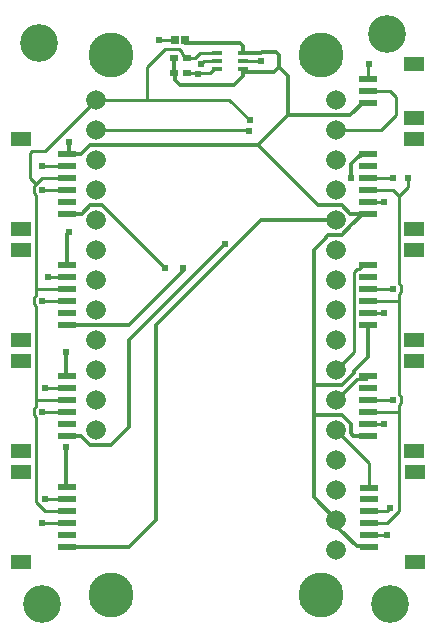
<source format=gtl>
G04*
G04 #@! TF.GenerationSoftware,Altium Limited,Altium Designer,21.8.1 (53)*
G04*
G04 Layer_Physical_Order=1*
G04 Layer_Color=255*
%FSLAX25Y25*%
%MOIN*%
G70*
G04*
G04 #@! TF.SameCoordinates,E365CCBF-B7D7-418C-B8C5-68AE61ABE827*
G04*
G04*
G04 #@! TF.FilePolarity,Positive*
G04*
G01*
G75*
%ADD11C,0.01000*%
%ADD13R,0.07087X0.04724*%
%ADD14R,0.06102X0.02362*%
%ADD15R,0.03740X0.01772*%
%ADD16R,0.02559X0.02520*%
%ADD17R,0.02756X0.02362*%
%ADD27C,0.01200*%
%ADD28C,0.15000*%
%ADD29C,0.06555*%
%ADD30C,0.02400*%
%ADD31C,0.12598*%
D11*
X160165Y289000D02*
X167913D01*
X174418Y280000D02*
X181209Y273209D01*
X147000Y280000D02*
X174418D01*
X147000Y291000D02*
X153000Y297000D01*
X220772Y172028D02*
X225972D01*
X226000Y172000D01*
X220744Y172055D02*
X220772Y172028D01*
X220744Y209055D02*
X220772Y209028D01*
X225972D01*
X226000Y209000D01*
X225972Y246028D02*
X226000Y246000D01*
X220744Y246055D02*
X220772Y246028D01*
X225972D01*
X108000Y262414D02*
X108586Y263000D01*
X108000Y254087D02*
X110043Y252043D01*
X108000Y254087D02*
Y262414D01*
X108586Y263000D02*
X113000D01*
X120189Y257933D02*
X120256Y257866D01*
X112067Y257933D02*
X120189D01*
X112000Y258000D02*
X112067Y257933D01*
X120189Y220933D02*
X120256Y220866D01*
X114067Y220933D02*
X120189D01*
X114000Y221000D02*
X114067Y220933D01*
X110043Y217000D02*
Y248138D01*
X109300Y248882D02*
X110043Y248138D01*
X113067Y183933D02*
X120189D01*
X120256Y183866D01*
X113000Y184000D02*
X113067Y183933D01*
X110043Y180000D02*
Y211138D01*
X109300Y211882D02*
X110043Y211138D01*
X130000Y270000D02*
X181000D01*
X158713Y295256D02*
X159968Y294000D01*
X158713Y295256D02*
Y295802D01*
X157515Y297000D02*
X158713Y295802D01*
X159968Y294000D02*
X160165D01*
X153000Y297000D02*
X157515D01*
X130000Y280000D02*
X147000D01*
X151000Y300000D02*
X156228D01*
X147000Y280000D02*
Y291000D01*
X179000Y293000D02*
X185000D01*
X166000D02*
X170339D01*
X165000Y292000D02*
X166000Y293000D01*
X160165Y294000D02*
X163043D01*
X164602Y295559D01*
X170339D01*
X167913Y289000D02*
X169354Y290441D01*
X170339D01*
X220795Y283000D02*
X228000D01*
X220740Y283055D02*
X220795Y283000D01*
X230000Y275000D02*
Y281000D01*
X228000Y283000D02*
X230000Y281000D01*
X225000Y270000D02*
X230000Y275000D01*
X210000Y270000D02*
X225000D01*
X220740Y291740D02*
X221000Y292000D01*
X220740Y286992D02*
Y291740D01*
X234000Y251000D02*
Y254000D01*
X230957Y247957D02*
X234000Y251000D01*
X181000Y269600D02*
Y270000D01*
X220744Y253929D02*
X229000D01*
X113000Y263000D02*
X130000Y280000D01*
X216000Y222476D02*
X217072Y223547D01*
X216000Y196000D02*
Y222476D01*
X210000Y190000D02*
X216000Y196000D01*
X110043Y214862D02*
Y217000D01*
X109300Y211882D02*
Y214118D01*
X110043Y214862D01*
X112000Y213000D02*
X120248D01*
X120256Y212992D01*
X110043Y177862D02*
Y180000D01*
X109300Y174882D02*
X110043Y174138D01*
Y152022D02*
Y174138D01*
X109300Y174882D02*
Y177118D01*
X110043Y177862D01*
X112000Y176000D02*
X112043D01*
X112051Y175992D01*
X120256D01*
X112004Y138996D02*
X120252D01*
X120256Y138992D01*
X112000Y139000D02*
X112004Y138996D01*
X110043Y251862D02*
Y252043D01*
X109300Y251118D02*
X110043Y251862D01*
X109300Y248882D02*
Y251118D01*
X112000Y250000D02*
X112043D01*
X112051Y249992D02*
X120256D01*
X112043Y250000D02*
X112051Y249992D01*
X111929Y253929D02*
X120256D01*
X110043Y252043D02*
X111929Y253929D01*
X230957Y181862D02*
Y213000D01*
Y176000D02*
Y178138D01*
X231700Y178882D02*
Y181118D01*
X230957Y178138D02*
X231700Y178882D01*
X230957Y181862D02*
X231700Y181118D01*
X228957Y180000D02*
X229000D01*
X228886Y179929D02*
X228957Y180000D01*
X220744Y179929D02*
X228886D01*
X230957Y160017D02*
Y176000D01*
X220744Y175992D02*
X230949D01*
X230957Y176000D01*
Y218862D02*
Y247957D01*
Y215138D02*
X231700Y215882D01*
X230957Y218862D02*
X231700Y218118D01*
X230957Y213000D02*
Y215138D01*
X231700Y215882D02*
Y218118D01*
X228929Y216929D02*
X229000Y217000D01*
X220744Y216929D02*
X228929D01*
X230949Y212992D02*
X230957Y213000D01*
X220744Y212992D02*
X230949D01*
X231000Y143000D02*
Y159973D01*
X226937Y138937D02*
X231000Y143000D01*
X226874Y142874D02*
X228000Y144000D01*
X221000Y142874D02*
X226874D01*
X110043Y180000D02*
X110114Y179929D01*
X120256D01*
X110043Y217000D02*
X110114Y216929D01*
X120256D01*
X110000Y146000D02*
Y151978D01*
X110043Y152022D01*
X110000Y146000D02*
X113071Y142929D01*
X120256D01*
X220744Y249992D02*
X228921D01*
X230957Y247957D01*
Y160017D02*
X231000Y159973D01*
X221000Y138937D02*
X226937D01*
X217618Y223547D02*
X218874Y224803D01*
X220744D01*
X217072Y223547D02*
X217618D01*
X217122Y187122D02*
X220063D01*
X220744Y187803D01*
X210000Y180000D02*
X217122Y187122D01*
X210000Y170000D02*
X221000Y159000D01*
Y150748D02*
Y159000D01*
X120122Y147000D02*
X120256Y146866D01*
X113000Y147000D02*
X120122D01*
X221000Y135000D02*
X227000D01*
D13*
X105000Y266921D02*
D03*
Y237000D02*
D03*
X236000D02*
D03*
Y266921D02*
D03*
X236256Y155866D02*
D03*
Y125945D02*
D03*
X236000Y274000D02*
D03*
Y292110D02*
D03*
X105000Y126000D02*
D03*
Y155921D02*
D03*
X236000Y229921D02*
D03*
Y200000D02*
D03*
X105000D02*
D03*
Y229921D02*
D03*
Y163000D02*
D03*
Y192921D02*
D03*
X236000D02*
D03*
Y163000D02*
D03*
D14*
X120256Y242118D02*
D03*
Y246055D02*
D03*
Y249992D02*
D03*
Y253929D02*
D03*
Y257866D02*
D03*
Y261803D02*
D03*
X220744D02*
D03*
Y257866D02*
D03*
Y253929D02*
D03*
Y249992D02*
D03*
Y246055D02*
D03*
Y242118D02*
D03*
X221000Y131063D02*
D03*
Y135000D02*
D03*
Y138937D02*
D03*
Y142874D02*
D03*
Y146811D02*
D03*
Y150748D02*
D03*
X220740Y279118D02*
D03*
Y283055D02*
D03*
Y286992D02*
D03*
X120256Y150803D02*
D03*
Y146866D02*
D03*
Y142929D02*
D03*
Y138992D02*
D03*
Y135055D02*
D03*
Y131118D02*
D03*
X220744Y205118D02*
D03*
Y209055D02*
D03*
Y212992D02*
D03*
Y216929D02*
D03*
Y220866D02*
D03*
Y224803D02*
D03*
X120256D02*
D03*
Y220866D02*
D03*
Y216929D02*
D03*
Y212992D02*
D03*
Y209055D02*
D03*
Y205118D02*
D03*
Y187803D02*
D03*
Y183866D02*
D03*
Y179929D02*
D03*
Y175992D02*
D03*
Y172055D02*
D03*
Y168118D02*
D03*
X220744D02*
D03*
Y172055D02*
D03*
Y175992D02*
D03*
Y179929D02*
D03*
Y183866D02*
D03*
Y187803D02*
D03*
D15*
X170339Y290441D02*
D03*
Y293000D02*
D03*
Y295559D02*
D03*
X179000D02*
D03*
Y293000D02*
D03*
Y290441D02*
D03*
D16*
X156228Y300000D02*
D03*
X159772D02*
D03*
D17*
X155835Y289000D02*
D03*
X160165D02*
D03*
X155835Y294000D02*
D03*
X160165D02*
D03*
D27*
X191000Y291000D02*
X193878Y288122D01*
X189220Y289220D02*
X191000Y291000D01*
X193878Y274878D02*
Y288122D01*
X191000Y291000D02*
Y295000D01*
X185213Y296000D02*
X190000D01*
X191000Y295000D01*
X120419Y261803D02*
X124905D01*
X179000Y289220D02*
X189220D01*
X202497Y175000D02*
X211898D01*
X202497Y175000D02*
X202497Y175000D01*
X202497Y147503D02*
Y229848D01*
Y147503D02*
X211025Y138975D01*
X202497Y184878D02*
X202497Y184878D01*
X211878D01*
X211025Y136975D02*
Y138975D01*
X220915Y131148D02*
X221000Y131063D01*
X216852Y131148D02*
X220915D01*
X211025Y136975D02*
X216852Y131148D01*
X158000Y285000D02*
X176000D01*
X156270Y286730D02*
X158000Y285000D01*
X176000D02*
X179000Y288000D01*
Y289220D01*
X179241Y295800D02*
X185013D01*
X179000Y295559D02*
X179241Y295800D01*
X185013D02*
X185213Y296000D01*
X155835Y289000D02*
X156270Y288565D01*
Y286730D02*
Y288565D01*
X155835Y289000D02*
Y294000D01*
X159772Y299000D02*
X178000D01*
X179000Y298000D01*
Y295559D02*
Y298000D01*
X128102Y265000D02*
X184000D01*
X120256Y261803D02*
X120419D01*
X124905D02*
X128102Y265000D01*
X119941Y151118D02*
X120256Y150803D01*
X119941Y151118D02*
Y164164D01*
X120000Y188059D02*
Y196000D01*
Y188059D02*
X120256Y187803D01*
X120419Y261803D02*
X121000Y262384D01*
Y266000D01*
X120256Y224803D02*
Y235256D01*
X121000Y236000D01*
X214630Y274878D02*
X218870Y279118D01*
X193878Y274878D02*
X214630D01*
X218870Y279118D02*
X220740D01*
X184000Y265000D02*
X193878Y274878D01*
X184000Y265000D02*
X204122Y244878D01*
X214780Y242118D02*
X218874D01*
X212020Y244878D02*
X214780Y242118D01*
X204122Y244878D02*
X212020D01*
X206649Y234000D02*
Y234419D01*
X207352Y235122D02*
X212020D01*
X202497Y229848D02*
X206649Y234000D01*
Y234419D02*
X207352Y235122D01*
X212020D02*
X215157Y238259D01*
Y238401D01*
X218874Y242118D01*
X220744D01*
X141000Y200000D02*
X173000Y232000D01*
X150000Y140000D02*
Y205000D01*
X185000Y240000D02*
X210000D01*
X150000Y205000D02*
X185000Y240000D01*
X125220Y242118D02*
X127980Y244878D01*
X132122D01*
X153000Y224000D01*
X120256Y242118D02*
X125220D01*
X141118Y205118D02*
X159000Y223000D01*
Y224000D01*
X120256Y205118D02*
X141118D01*
X141000Y171000D02*
Y200000D01*
X135122Y165122D02*
X141000Y171000D01*
X120256Y168118D02*
X124984D01*
X127980Y165122D01*
X135122D01*
X141118Y131118D02*
X150000Y140000D01*
X120256Y131118D02*
X141118D01*
X217030Y260647D02*
X217480Y261097D01*
X217715Y261222D02*
X218293D01*
X217590Y261097D02*
X217715Y261222D01*
X217030Y260647D02*
X217030D01*
X218293Y261222D02*
X218874Y261803D01*
X215122Y258738D02*
X217030Y260647D01*
X217480Y261097D02*
X217590D01*
X218874Y261803D02*
X220744D01*
X215122Y253997D02*
Y258738D01*
X220744Y194298D02*
Y205118D01*
X216093Y189647D02*
X220744Y194298D01*
X216093Y189093D02*
Y189647D01*
X211878Y184878D02*
X216093Y189093D01*
X214878Y168821D02*
Y172020D01*
X215581Y168118D02*
X220744D01*
X214878Y168821D02*
X215581Y168118D01*
X211898Y175000D02*
X214878Y172020D01*
D28*
X135000Y295000D02*
D03*
X205000D02*
D03*
X135000Y115000D02*
D03*
X205000D02*
D03*
D29*
X210000Y130000D02*
D03*
Y140000D02*
D03*
Y150000D02*
D03*
Y160000D02*
D03*
Y170000D02*
D03*
Y180000D02*
D03*
Y190000D02*
D03*
Y200000D02*
D03*
Y210000D02*
D03*
Y220000D02*
D03*
Y230000D02*
D03*
Y240000D02*
D03*
Y250000D02*
D03*
Y260000D02*
D03*
Y270000D02*
D03*
Y280000D02*
D03*
X130000D02*
D03*
Y270000D02*
D03*
Y260000D02*
D03*
Y250000D02*
D03*
Y240000D02*
D03*
Y230000D02*
D03*
Y220000D02*
D03*
Y210000D02*
D03*
Y200000D02*
D03*
Y190000D02*
D03*
Y180000D02*
D03*
Y170000D02*
D03*
D30*
X181209Y273209D02*
D03*
X226000Y172000D02*
D03*
Y209000D02*
D03*
Y246000D02*
D03*
X112000Y258000D02*
D03*
X114000Y221000D02*
D03*
X113000Y184000D02*
D03*
X163963Y288762D02*
D03*
X151000Y300000D02*
D03*
X185000Y293000D02*
D03*
X165000Y292000D02*
D03*
X221000D02*
D03*
X234000Y254000D02*
D03*
X181000Y269600D02*
D03*
X119941Y164164D02*
D03*
X120000Y196000D02*
D03*
X121000Y266000D02*
D03*
Y236000D02*
D03*
X173000Y232000D02*
D03*
X153000Y224000D02*
D03*
X159000D02*
D03*
X215122Y253997D02*
D03*
X112000Y213000D02*
D03*
Y176000D02*
D03*
Y139000D02*
D03*
Y250000D02*
D03*
X229000Y180000D02*
D03*
Y217000D02*
D03*
Y254000D02*
D03*
X228000Y144000D02*
D03*
X227000Y135000D02*
D03*
X113000Y147000D02*
D03*
D31*
X112000Y112000D02*
D03*
X111000Y299000D02*
D03*
X228000Y112000D02*
D03*
X227000Y302000D02*
D03*
M02*

</source>
